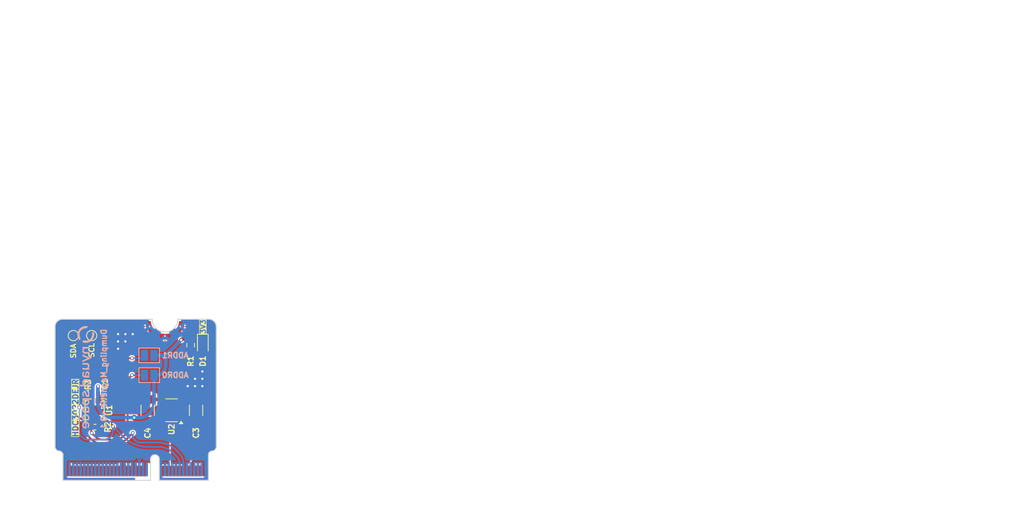
<source format=kicad_pcb>
(kicad_pcb (version 20241229) (generator "pcbnew") (generator_version "9.0")
  (layers (0 "F.Cu" signal "Top") (2 "B.Cu" signal "Bottom") (13 "F.Paste" user) (15 "B.Paste" user) (5 "F.SilkS" user "F.Silkscreen") (7 "B.SilkS" user "B.Silkscreen") (1 "F.Mask" user) (3 "B.Mask" user) (25 "Edge.Cuts" user))
  (net 0 "")
  (net 1 "+3V3")
  (net 2 "GND")
  (net 3 "VIN")
  (net 4 "Net-(D1-A)")
  (net 5 "/D0")
  (net 6 "/AUD_OUT-CAM_MCLK")
  (net 7 "/G6")
  (net 8 "/G8")
  (net 9 "/SPI_CIPO-LED_CLK")
  (net 10 "/USB_D-")
  (net 11 "/D1-CAM_TRIG")
  (net 12 "/RTC_3V_BATT")
  (net 13 "/UART_RTS1")
  (net 14 "HDC3022DEJR_MOSI")
  (net 15 "/~{SPI_CS}")
  (net 16 "/G5")
  (net 17 "/SPI_COPI-LED_DAT")
  (net 18 "/V_USB")
  (net 19 "/AUD_IN-CAM_PCLK")
  (net 20 "HDC3022DEJR_SCL")
  (net 21 "HDC3022DEJR_MISO")
  (net 22 "/G9-CAM_HSYNC")
  (net 23 "/G11-SWO")
  (net 24 "/A1")
  (net 25 "/USBHOST_D-")
  (net 26 "/SPI_SCK")
  (net 27 "HDC3022DEJR_RX")
  (net 28 "/I2C_~{INT}")
  (net 29 "/A0")
  (net 30 "/I2C_SCL1")
  (net 31 "/UART_TX2")
  (net 32 "/AUD_LRCLK")
  (net 33 "/UART_RX2")
  (net 34 "/I2C_SDA1")
  (net 35 "/G10-CAM_VSYNC")
  (net 36 "/UART_CTS1")
  (net 37 "/USB_D+")
  (net 38 "/G7")
  (net 39 "/G3")
  (net 40 "HDC3022DEJR_pwr_cyc")
  (net 41 "/AUD_MCLK")
  (net 42 "/SWDCK")
  (net 43 "/AUD_BCLK")
  (net 44 "/CAN-RX")
  (net 45 "/SDIO_DATA2")
  (net 46 "+5V")
  (net 47 "HDC3022DEJR_TX")
  (net 48 "HDC3022DEJR_SCK")
  (net 49 "/PWM1")
  (net 50 "/G0")
  (net 51 "/SWDIO")
  (net 52 "/PWM0")
  (net 53 "/BATT_VIN")
  (net 54 "HDC3022DEJR_SDA")
  (net 55 "/SDIO_DATA3-~{SPI_CS1}")
  (net 56 "/G4")
  (net 57 "/CAN-TX")
  (net 58 "/3.3V_EN")
  (net 59 "HDC3022DEJR_CS")
  (net 60 "HDC3022DEJR_INT")
  (net 61 "/USBHOST_D+")
  (net 62 "HDC3022DEJR_ADDR")
  (net 63 "HDC3022DEJR_ADDR1")
  (footprint "SparkFun_MicroMod_ESP32:M.2-CARD-E-22" (layer "F.Cu") (at 148.5011 114.365617)
    (property "Reference" "J1" (hide yes))
    (property "Value" "MICROMOD-2222" (hide yes))
    (fp_line (start 1.9 -21) (end 1 -21) (stroke (width 0.1016)) (layer "F.Cu"))
    (fp_line (start 1.9 -21) (end 1.9 -19.9) (stroke (width 0.1016)) (layer "F.Cu"))
    (fp_line (start 4 -19.7) (end 4 -19) (stroke (width 0.1016)) (layer "F.Cu"))
    (fp_line (start 6.1 -21) (end 6.1 -19.9) (stroke (width 0.1016)) (layer "F.Cu"))
    (fp_line (start 6.1 -21) (end 7 -21) (stroke (width 0.1016)) (layer "F.Cu"))
    (fp_poly (pts (xy 1.25 -21.75) (xy 2.05 -21.75) (xy 2.08842 -21.461827) (xy 2.171447 -21.183213) (xy 2.297037 -20.921017) (xy 2.462097 -20.681696) (xy 2.662563 -20.471142) (xy 2.893499 -20.29454) (xy 3.149218 -20.156239) (xy 3.423424 -20.059644) (xy 4 -20) (xy 4.290635 -20.007133) (xy 4.576576 -20.059644) (xy 4.850782 -20.156239) (xy 5.106501 -20.29454) (xy 5.337437 -20.471142) (xy 5.537903 -20.681696) (xy 5.702963 -20.921017) (xy 5.828553 -21.183213) (xy 5.95 -21.75) (xy 6.75 -21.75) (xy 6.686952 -21.386065) (xy 6.576451 -21.033626) (xy 6.420427 -20.698842) (xy 6.221608 -20.387564) (xy 5.983467 -20.10523) (xy 5.710166 -19.856774) (xy 5.40648 -19.646539) (xy 5.077718 -19.478197) (xy 4.729623 -19.354691) (xy 4.368279 -19.27818) (xy 4 -19.25) (xy 3.630811 -19.275627) (xy 3.268334 -19.35024) (xy 2.919037 -19.472506) (xy 2.589157 -19.640244) (xy 2.284581 -19.85046) (xy 2.010746 -20.099401) (xy 1.77254 -20.382623) (xy 1.574215 -20.695072) (xy 1.419311 -21.031169)) (fill yes) (layer "F.Cu"))
    (pad "1" smd rect (at 9.25 -1.275 180) (size 0.35 1.45) (layers "F.Cu" "F.Mask") (net 2 "GND"))
    (pad "2" smd rect (at 9 -1.525) (size 0.35 1.95) (layers "B.Cu" "B.Mask") (net 1 "+3V3"))
    (pad "3" smd rect (at 8.75 -1.275 180) (size 0.35 1.45) (layers "F.Cu" "F.Mask") (net 37 "/USB_D+"))
    (pad "4" smd rect (at 8.5 -1.525) (size 0.35 1.95) (layers "B.Cu" "B.Mask") (net 58 "/3.3V_EN"))
    (pad "5" smd rect (at 8.25 -1.275 180) (size 0.35 1.45) (layers "F.Cu" "F.Mask") (net 10 "/USB_D-"))
    (pad "6" smd rect (at 8 -1.525) (size 0.35 1.95) (layers "B.Cu" "B.Mask") (net 46 "+5V"))
    (pad "7" smd rect (at 7.75 -1.275 180) (size 0.35 1.45) (layers "F.Cu" "F.Mask") (net 2 "GND"))
    (pad "8" smd rect (at 7.5 -1.525) (size 0.35 1.95) (layers "B.Cu" "B.Mask") (net 23 "/G11-SWO"))
    (pad "9" smd rect (at 7.25 -1.275 180) (size 0.35 1.45) (layers "F.Cu" "F.Mask") (net 18 "/V_USB"))
    (pad "10" smd rect (at 7 -1.525) (size 0.35 1.95) (layers "B.Cu" "B.Mask") (net 5 "/D0"))
    (pad "11" smd rect (at 6.75 -1.275 180) (size 0.35 1.45) (layers "F.Cu" "F.Mask") (net 3 "VIN"))
    (pad "12" smd rect (at 6.5 -1.525) (size 0.35 1.95) (layers "B.Cu" "B.Mask") (net 54 "HDC3022DEJR_SDA"))
    (pad "13" smd rect (at 6.25 -1.275 180) (size 0.35 1.45) (layers "F.Cu" "F.Mask") (net 13 "/UART_RTS1"))
    (pad "14" smd rect (at 6 -1.525) (size 0.35 1.95) (layers "B.Cu" "B.Mask") (net 20 "HDC3022DEJR_SCL"))
    (pad "15" smd rect (at 5.75 -1.275 180) (size 0.35 1.45) (layers "F.Cu" "F.Mask") (net 36 "/UART_CTS1"))
    (pad "16" smd rect (at 5.5 -1.525) (size 0.35 1.95) (layers "B.Cu" "B.Mask") (net 28 "/I2C_~{INT}"))
    (pad "17" smd rect (at 5.25 -1.275 180) (size 0.35 1.45) (layers "F.Cu" "F.Mask") (net 47 "HDC3022DEJR_TX"))
    (pad "18" smd rect (at 5 -1.525) (size 0.35 1.95) (layers "B.Cu" "B.Mask") (net 11 "/D1-CAM_TRIG"))
    (pad "19" smd rect (at 4.75 -1.275 180) (size 0.35 1.45) (layers "F.Cu" "F.Mask") (net 27 "HDC3022DEJR_RX"))
    (pad "20" smd rect (at 4.5 -1.525) (size 0.35 1.95) (layers "B.Cu" "B.Mask") (net 33 "/UART_RX2"))
    (pad "21" smd rect (at 4.25 -1.275 180) (size 0.35 1.45) (layers "F.Cu" "F.Mask") (net 42 "/SWDCK"))
    (pad "22" smd rect (at 4 -1.525) (size 0.35 1.95) (layers "B.Cu" "B.Mask") (net 31 "/UART_TX2"))
    (pad "23" smd rect (at 3.75 -1.275 180) (size 0.35 1.45) (layers "F.Cu" "F.Mask") (net 51 "/SWDIO"))
    (pad "32" smd rect (at 1.5 -1.525) (size 0.35 1.95) (layers "B.Cu" "B.Mask") (net 52 "/PWM0"))
    (pad "33" smd rect (at 1.25 -1.275 180) (size 0.35 1.45) (layers "F.Cu" "F.Mask") (net 2 "GND"))
    (pad "34" smd rect (at 1 -1.525) (size 0.35 1.95) (layers "B.Cu" "B.Mask") (net 29 "/A0"))
    (pad "35" smd rect (at 0.75 -1.275 180) (size 0.35 1.45) (layers "F.Cu" "F.Mask") (net 61 "/USBHOST_D+"))
    (pad "36" smd rect (at 0.5 -1.525) (size 0.35 1.95) (layers "B.Cu" "B.Mask") (net 2 "GND"))
    (pad "37" smd rect (at 0.25 -1.275 180) (size 0.35 1.45) (layers "F.Cu" "F.Mask") (net 25 "/USBHOST_D-"))
    (pad "38" smd rect (at 0 -1.525) (size 0.35 1.95) (layers "B.Cu" "B.Mask") (net 24 "/A1"))
    (pad "39" smd rect (at -0.25 -1.275 180) (size 0.35 1.45) (layers "F.Cu" "F.Mask") (net 2 "GND"))
    (pad "40" smd rect (at -0.5 -1.525) (size 0.35 1.95) (layers "B.Cu" "B.Mask") (net 50 "/G0"))
    (pad "41" smd rect (at -0.75 -1.275 180) (size 0.35 1.45) (layers "F.Cu" "F.Mask") (net 44 "/CAN-RX"))
    (pad "42" smd rect (at -1 -1.525) (size 0.35 1.95) (layers "B.Cu" "B.Mask") (net 40 "HDC3022DEJR_pwr_cyc"))
    (pad "43" smd rect (at -1.25 -1.275 180) (size 0.35 1.45) (layers "F.Cu" "F.Mask") (net 57 "/CAN-TX"))
    (pad "44" smd rect (at -1.5 -1.525) (size 0.35 1.95) (layers "B.Cu" "B.Mask") (net 60 "HDC3022DEJR_INT"))
    (pad "45" smd rect (at -1.75 -1.275 180) (size 0.35 1.45) (layers "F.Cu" "F.Mask") (net 2 "GND"))
    (pad "46" smd rect (at -2 -1.525) (size 0.35 1.95) (layers "B.Cu" "B.Mask") (net 39 "/G3"))
    (pad "47" smd rect (at -2.25 -1.275 180) (size 0.35 1.45) (layers "F.Cu" "F.Mask") (net 49 "/PWM1"))
    (pad "48" smd rect (at -2.5 -1.525) (size 0.35 1.95) (layers "B.Cu" "B.Mask") (net 56 "/G4"))
    (pad "49" smd rect (at -2.75 -1.275 180) (size 0.35 1.45) (layers "F.Cu" "F.Mask") (net 53 "/BATT_VIN"))
    (pad "50" smd rect (at -3 -1.525) (size 0.35 1.95) (layers "B.Cu" "B.Mask") (net 43 "/AUD_BCLK"))
    (pad "51" smd rect (at -3.25 -1.275 180) (size 0.35 1.45) (layers "F.Cu" "F.Mask") (net 34 "/I2C_SDA1"))
    (pad "52" smd rect (at -3.5 -1.525) (size 0.35 1.95) (layers "B.Cu" "B.Mask") (net 32 "/AUD_LRCLK"))
    (pad "53" smd rect (at -3.75 -1.275 180) (size 0.35 1.45) (layers "F.Cu" "F.Mask") (net 30 "/I2C_SCL1"))
    (pad "54" smd rect (at -4 -1.525) (size 0.35 1.95) (layers "B.Cu" "B.Mask") (net 19 "/AUD_IN-CAM_PCLK"))
    (pad "55" smd rect (at -4.25 -1.275 180) (size 0.35 1.45) (layers "F.Cu" "F.Mask") (net 15 "/~{SPI_CS}"))
    (pad "56" smd rect (at -4.5 -1.525) (size 0.35 1.95) (layers "B.Cu" "B.Mask") (net 6 "/AUD_OUT-CAM_MCLK"))
    (pad "57" smd rect (at -4.75 -1.275 180) (size 0.35 1.45) (layers "F.Cu" "F.Mask") (net 26 "/SPI_SCK"))
    (pad "58" smd rect (at -5 -1.525) (size 0.35 1.95) (layers "B.Cu" "B.Mask") (net 41 "/AUD_MCLK"))
    (pad "59" smd rect (at -5.25 -1.275 180) (size 0.35 1.45) (layers "F.Cu" "F.Mask") (net 17 "/SPI_COPI-LED_DAT"))
    (pad "60" smd rect (at -5.5 -1.525) (size 0.35 1.95) (layers "B.Cu" "B.Mask") (net 14 "HDC3022DEJR_MOSI"))
    (pad "61" smd rect (at -5.75 -1.275 180) (size 0.35 1.45) (layers "F.Cu" "F.Mask") (net 9 "/SPI_CIPO-LED_CLK"))
    (pad "62" smd rect (at -6 -1.525) (size 0.35 1.95) (layers "B.Cu" "B.Mask") (net 21 "HDC3022DEJR_MISO"))
    (pad "63" smd rect (at -6.25 -1.275 180) (size 0.35 1.45) (layers "F.Cu" "F.Mask") (net 35 "/G10-CAM_VSYNC"))
    (pad "64" smd rect (at -6.5 -1.525) (size 0.35 1.95) (layers "B.Cu" "B.Mask") (net 48 "HDC3022DEJR_SCK"))
    (pad "65" smd rect (at -6.75 -1.275 180) (size 0.35 1.45) (layers "F.Cu" "F.Mask") (net 22 "/G9-CAM_HSYNC"))
    (pad "66" smd rect (at -7 -1.525) (size 0.35 1.95) (layers "B.Cu" "B.Mask") (net 59 "HDC3022DEJR_CS"))
    (pad "67" smd rect (at -7.25 -1.275 180) (size 0.35 1.45) (layers "F.Cu" "F.Mask") (net 8 "/G8"))
    (pad "68" smd rect (at -7.5 -1.525) (size 0.35 1.95) (layers "B.Cu" "B.Mask") (net 45 "/SDIO_DATA2"))
    (pad "69" smd rect (at -7.75 -1.275 180) (size 0.35 1.45) (layers "F.Cu" "F.Mask") (net 38 "/G7"))
    (pad "70" smd rect (at -8 -1.525) (size 0.35 1.95) (layers "B.Cu" "B.Mask") (net 55 "/SDIO_DATA3-~{SPI_CS1}"))
    (pad "71" smd rect (at -8.25 -1.275 180) (size 0.35 1.45) (layers "F.Cu" "F.Mask") (net 7 "/G6"))
    (pad "72" smd rect (at -8.5 -1.525) (size 0.35 1.95) (layers "B.Cu" "B.Mask") (net 12 "/RTC_3V_BATT"))
    (pad "73" smd rect (at -8.75 -1.275 180) (size 0.35 1.45) (layers "F.Cu" "F.Mask") (net 16 "/G5"))
    (pad "74" smd rect (at -9 -1.525) (size 0.35 1.95) (layers "B.Cu" "B.Mask") (net 1 "+3V3"))
    (pad "75" smd rect (at -9.25 -1.275 180) (size 0.35 1.45) (layers "F.Cu" "F.Mask") (net 2 "GND"))
    (pad "GND1" thru_hole circle (at 1.9 -21) (size 0.454 0.454) (drill 0.2) (layers "*.Cu" "*.Mask") (net 2 "GND"))
    (pad "GND2" thru_hole circle (at 4 -19.7) (size 0.454 0.454) (drill 0.2) (layers "*.Cu" "*.Mask") (net 2 "GND"))
    (pad "GND3" thru_hole circle (at 6.1 -21) (size 0.454 0.454) (drill 0.2) (layers "*.Cu" "*.Mask") (net 2 "GND"))
  )
  (footprint "SparkFun_MicroMod_ESP32:ORDERING_INSTRUCTIONS" (layer "F.Cu") (at 167.9811 62.1)
    (property "Reference" "LOGO1" (hide yes))
    (property "Value" "SPECIAL_INSTRUCTIONS-ORDERING")
  )
  (footprint "SparkFun_MicroMod_ESP32:CREATIVE_COMMONS" (layer "F.Cu") (at 184.4 63.75)
    (property "Reference" "FRAME1" (hide yes))
    (property "Value" "FRAME-LEDGER" (hide yes))
  )
  (footprint "LED_SMD:LED_0603_1608Metric" (layer "F.Cu") (at 157.66 95.9 -90)
    (property "Reference" "D1" (at 2.2 0 90) (layer "F.SilkS") (effects (font (size 0.75 0.75) (thickness 0.175) (bold yes))))
    (property "Value" "LED")
    (pad "1" smd roundrect (at -0.7875 0 270) (size 0.875 0.95) (layers "F.Cu" "F.Mask" "F.Paste") (net 2 "GND"))
    (pad "2" smd roundrect (at 0.7875 0 270) (size 0.875 0.95) (layers "F.Cu" "F.Mask" "F.Paste") (net 4 "Net-(D1-A)"))
  )
  (footprint "TestPoint:TestPoint_Pad_D1.0mm" (layer "F.Cu") (at 142.5 94.6)
    (property "Reference" "SCL" (at 0 2 90) (layer "F.SilkS") (effects (font (size 0.7 0.7) (thickness 0.15) (bold yes))))
    (property "Value" "I2C")
    (pad "1" smd circle (at 0 0) (size 1 1) (layers "F.Cu" "F.Mask") (net 20 "HDC3022DEJR_SCL"))
  )
  (footprint "TestPoint:TestPoint_Pad_D1.0mm" (layer "F.Cu") (at 140 94.6)
    (property "Reference" "SDA" (at 0 2.1 90) (layer "F.SilkS") (effects (font (size 0.7 0.7))))
    (property "Value" "I2C")
    (pad "1" smd circle (at 0 0) (size 1 1) (layers "F.Cu" "F.Mask") (net 54 "HDC3022DEJR_SDA"))
  )
  (footprint "Resistor_SMD:R_0402_1005Metric" (layer "F.Cu") (at 142.949809 107.09995)
    (property "Reference" "R2" (at 1.750191 0.000025 90) (layer "F.SilkS") (effects (font (size 0.75 0.75) (thickness 0.175) (bold yes))))
    (property "Value" "10k")
    (pad "1" smd roundrect (at -0.51 0) (size 0.54 0.64) (layers "F.Cu" "F.Mask" "F.Paste") (net 62 "HDC3022DEJR_ADDR"))
    (pad "2" smd roundrect (at 0.51 0) (size 0.54 0.64) (layers "F.Cu" "F.Mask" "F.Paste") (net 2 "GND"))
  )
  (footprint "HDC3022DEJR:TDFN-8_L2.5-W2.5-P0.50-BL-EP" (layer "F.Cu") (at 142.9 104.799975)
    (property "Reference" "U1" (at 2 0 90) (layer "F.SilkS") (effects (font (size 0.75 0.75) (thickness 0.175) (bold yes))))
    (property "Value" "HDC3022DEJR")
    (pad "1" smd rect (at -0.750064 1.299975) (size 0.250013 0.7) (layers "F.Cu" "F.Mask" "F.Paste") (net 54 "HDC3022DEJR_SDA"))
    (pad "2" smd rect (at -0.250191 1.299975) (size 0.250013 0.7) (layers "F.Cu" "F.Mask" "F.Paste") (net 62 "HDC3022DEJR_ADDR"))
    (pad "3" smd rect (at 0.249936 1.299975) (size 0.250013 0.7) (layers "F.Cu" "F.Mask" "F.Paste") (net 60 "HDC3022DEJR_INT"))
    (pad "4" smd rect (at 0.750064 1.299975) (size 0.250013 0.7) (layers "F.Cu" "F.Mask" "F.Paste") (net 20 "HDC3022DEJR_SCL"))
    (pad "5" smd rect (at 0.750064 -1.299975) (size 0.250013 0.7) (layers "F.Cu" "F.Mask" "F.Paste") (net 1 "+3V3"))
    (pad "6" smd rect (at 0.249936 -1.299975) (size 0.250013 0.7) (layers "F.Cu" "F.Mask" "F.Paste"))
    (pad "7" smd rect (at -0.250191 -1.299975) (size 0.250013 0.7) (layers "F.Cu" "F.Mask" "F.Paste") (net 63 "HDC3022DEJR_ADDR1"))
    (pad "8" smd rect (at -0.750064 -1.299975) (size 0.250013 0.7) (layers "F.Cu" "F.Mask" "F.Paste") (net 2 "GND"))
    (pad "9" smd custom (at -0.01524 -0.0127) (size 0.1 0.1) (layers "F.Cu" "F.Mask" "F.Paste") (net 2 "GND") (options (clearance outline) (anchor circle)) (primitives (gr_poly (pts (xy -0.9 -0.650013) (xy 0.9 -0.650013) (xy 0.9 0.650013) (xy -0.750013 0.650013) (xy -0.9 0.5)) (width 0) (fill yes))))
  )
  (footprint "Package_TO_SOT_SMD:SOT-23-5" (layer "F.Cu") (at 153.4 104.8 180)
    (property "Reference" "U2" (at 0 -2.6 90) (layer "F.SilkS") (effects (font (size 0.75 0.75) (thickness 0.175) (bold yes))))
    (property "Value" "AP2112K-3.3")
    (pad "1" smd roundrect (at -1.1375 -0.95 180) (size 1.325 0.6) (layers "F.Cu" "F.Mask" "F.Paste") (net 3 "VIN"))
    (pad "2" smd roundrect (at -1.1375 0 180) (size 1.325 0.6) (layers "F.Cu" "F.Mask" "F.Paste") (net 2 "GND"))
    (pad "3" smd roundrect (at -1.1375 0.95 180) (size 1.325 0.6) (layers "F.Cu" "F.Mask" "F.Paste") (net 3 "VIN"))
    (pad "4" smd roundrect (at 1.1375 0.95 180) (size 1.325 0.6) (layers "F.Cu" "F.Mask" "F.Paste"))
    (pad "5" smd roundrect (at 1.1375 -0.95 180) (size 1.325 0.6) (layers "F.Cu" "F.Mask" "F.Paste") (net 1 "+3V3"))
  )
  (footprint "Capacitor_SMD:C_0402_1005Metric" (layer "F.Cu") (at 143.849809 102.49995)
    (property "Reference" "C1" (at 0.450191 -1.29995 90) (layer "F.SilkS") (effects (font (size 0.75 0.75) (thickness 0.175) (bold yes))))
    (property "Value" "100n")
    (pad "1" smd roundrect (at -0.48 0) (size 0.56 0.62) (layers "F.Cu" "F.Mask" "F.Paste") (net 1 "+3V3"))
    (pad "2" smd roundrect (at 0.48 0) (size 0.56 0.62) (layers "F.Cu" "F.Mask" "F.Paste") (net 2 "GND"))
  )
  (footprint "Resistor_SMD:R_0402_1005Metric" (layer "F.Cu") (at 141.949809 102.49995 180)
    (property "Reference" "R3" (at -0.050191 1.19995 90) (layer "F.SilkS") (effects (font (size 0.75 0.75) (thickness 0.175) (bold yes))))
    (property "Value" "10k")
    (pad "1" smd roundrect (at -0.51 0 180) (size 0.54 0.64) (layers "F.Cu" "F.Mask" "F.Paste") (net 63 "HDC3022DEJR_ADDR1"))
    (pad "2" smd roundrect (at 0.51 0 180) (size 0.54 0.64) (layers "F.Cu" "F.Mask" "F.Paste") (net 2 "GND"))
  )
  (footprint "Capacitor_SMD:C_1206_3216Metric" (layer "F.Cu") (at 156.7375 104.8 90)
    (property "Reference" "C3" (at -3.1 0 90) (layer "F.SilkS") (effects (font (size 0.75 0.75) (thickness 0.175) (bold yes))))
    (property "Value" "10u")
    (pad "1" smd roundrect (at -1.475 0 90) (size 1.15 1.8) (layers "F.Cu" "F.Mask" "F.Paste") (roundrect_rratio 0.217391) (net 3 "VIN"))
    (pad "2" smd roundrect (at 1.475 0 90) (size 1.15 1.8) (layers "F.Cu" "F.Mask" "F.Paste") (roundrect_rratio 0.217391) (net 2 "GND"))
  )
  (footprint "Resistor_SMD:R_0603_1608Metric" (layer "F.Cu") (at 156 95.9 -90)
    (property "Reference" "R1" (at 2.2 0 90) (layer "F.SilkS") (effects (font (size 0.75 0.75) (thickness 0.175) (bold yes))))
    (property "Value" "10k")
    (pad "1" smd roundrect (at -0.825 0 270) (size 0.8 0.95) (layers "F.Cu" "F.Mask" "F.Paste") (net 1 "+3V3"))
    (pad "2" smd roundrect (at 0.825 0 270) (size 0.8 0.95) (layers "F.Cu" "F.Mask" "F.Paste") (net 4 "Net-(D1-A)"))
  )
  (footprint "Capacitor_SMD:C_1206_3216Metric" (layer "F.Cu") (at 150.1375 104.8 90)
    (property "Reference" "C4" (at -3.1 0 90) (layer "F.SilkS") (effects (font (size 0.75 0.75) (thickness 0.175) (bold yes))))
    (property "Value" "10u")
    (pad "1" smd roundrect (at -1.475 0 90) (size 1.15 1.8) (layers "F.Cu" "F.Mask" "F.Paste") (roundrect_rratio 0.217391) (net 1 "+3V3"))
    (pad "2" smd roundrect (at 1.475 0 90) (size 1.15 1.8) (layers "F.Cu" "F.Mask" "F.Paste") (roundrect_rratio 0.217391) (net 2 "GND"))
  )
  (footprint "LOGO" (layer "B.Cu") (at 141.7 100.3 -90)
    (property "Reference" "G***" (hide yes))
    (property "Value" "LOGO" (hide yes))
  )
  (footprint "Jumper:SolderJumper-2_P1.3mm_Open_Pad1.0x1.5mm" (layer "B.Cu") (at 150.35 97.3)
    (property "Reference" "ADDR1" (at 3.55 0 0) (layer "B.SilkS") (effects (font (size 0.75 0.75) (thickness 0.175) (bold yes)) (justify mirror)))
    (property "Value" "SolderJumper_2_Open")
    (pad "1" smd rect (at -0.65 0) (size 1 1.5) (layers "B.Cu" "B.Mask") (net 63 "HDC3022DEJR_ADDR1"))
    (pad "2" smd rect (at 0.65 0) (size 1 1.5) (layers "B.Cu" "B.Mask") (net 1 "+3V3"))
  )
  (footprint "Jumper:SolderJumper-2_P1.3mm_Open_Pad1.0x1.5mm" (layer "B.Cu") (at 150.35 100)
    (property "Reference" "ADDR0" (at 3.55 0 0) (layer "B.SilkS") (effects (font (size 0.75 0.75) (thickness 0.175) (bold yes)) (justify mirror)))
    (property "Value" "SolderJumper_2_Open")
    (pad "1" smd rect (at -0.65 0) (size 1 1.5) (layers "B.Cu" "B.Mask") (net 62 "HDC3022DEJR_ADDR"))
    (pad "2" smd rect (at 0.65 0) (size 1 1.5) (layers "B.Cu" "B.Mask") (net 1 "+3V3"))
  )
  (gr_line (start 158.4261 114.365617) (end 151.7261 114.365617) (stroke (width 0.127)) (layer "Edge.Cuts"))
  (gr_line (start 150.5261 111.465617) (end 150.5261 114.365617) (stroke (width 0.127)) (layer "Edge.Cuts"))
  (gr_line (start 138.5761 114.365617) (end 138.5761 110.865617) (stroke (width 0.127)) (layer "Edge.Cuts"))
  (gr_arc (start 138.1011 110.365617) (mid 138.434341 110.524663) (end 138.5761 110.865618) (stroke (width 0.127)) (layer "Edge.Cuts"))
  (gr_arc (start 137.5011 93.365617) (mid 137.8011 92.665618) (end 138.501099 92.365618) (stroke (width 0.127)) (layer "Edge.Cuts"))
  (gr_arc (start 159.501099 109.765618) (mid 159.320461 110.184979) (end 158.9011 110.365617) (stroke (width 0.127)) (layer "Edge.Cuts"))
  (gr_line (start 137.5011 93.365617) (end 137.5011 109.765617) (stroke (width 0.127)) (layer "Edge.Cuts"))
  (gr_line (start 159.5011 93.365617) (end 159.5011 109.765617) (stroke (width 0.127)) (layer "Edge.Cuts"))
  (gr_arc (start 154.2511 92.365617) (mid 152.5011 94.115617) (end 150.7511 92.365617) (stroke (width 0.127)) (layer "Edge.Cuts"))
  (gr_arc (start 158.4261 110.865617) (mid 158.566444 110.523319) (end 158.9011 110.365617) (stroke (width 0.127)) (layer "Edge.Cuts"))
  (gr_arc (start 150.5261 111.465617) (mid 151.1261 110.865617) (end 151.7261 111.465617) (stroke (width 0.127)) (layer "Edge.Cuts"))
  (gr_line (start 158.4261 110.865617) (end 158.4261 114.365617) (stroke (width 0.127)) (layer "Edge.Cuts"))
  (gr_line (start 150.7511 92.365617) (end 138.5011 92.365617) (stroke (width 0.127)) (layer "Edge.Cuts"))
  (gr_line (start 151.7261 111.465617) (end 151.7261 114.365617) (stroke (width 0.127)) (layer "Edge.Cuts"))
  (gr_arc (start 138.101098 110.365617) (mid 137.681737 110.184978) (end 137.5011 109.765617) (stroke (width 0.127)) (layer "Edge.Cuts"))
  (gr_line (start 158.5011 92.365617) (end 154.2511 92.365617) (stroke (width 0.127)) (layer "Edge.Cuts"))
  (gr_arc (start 158.5011 92.365617) (mid 159.2011 92.665617) (end 159.5011 93.365617) (stroke (width 0.127)) (layer "Edge.Cuts"))
  (gr_line (start 138.5761 114.365617) (end 150.5261 114.365617) (stroke (width 0.127)) (layer "Edge.Cuts"))
  (gr_text "HDC3022DEJR" (at 140.3 104.5 90) (layer "F.SilkS" knockout) (effects (font (size 0.75 0.75) (thickness 0.175) (bold yes))))
  (gr_text "3V3" (at 157.7 93.4 90) (layer "F.SilkS" knockout) (effects (font (size 0.7 0.7) (thickness 0.15) (bold yes))))
  (gr_text "Dumpling_Magnetic v0.1" (at 144.6 93.6 90) (layer "B.SilkS") (effects (font (size 0.75 0.75) (thickness 0.175) (bold yes)) (justify left bottom mirror)))
  (segment (start 143.650064 102.978375) (end 143.650064 103.5) (width 0.25) (layer "F.Cu") (net 1))
  (segment (start 154.825 95.075) (end 156 95.075) (width 0.5) (layer "F.Cu") (net 1))
  (segment (start 154.7 95.2) (end 154.825 95.075) (width 0.5) (layer "F.Cu") (net 1))
  (segment (start 148.5375 106.0375) (end 148.3 105.8) (width 0.75) (layer "F.Cu") (net 1))
  (segment (start 150.1375 106.275) (end 149.110875 106.275) (width 0.75) (layer "F.Cu") (net 1))
  (segment (start 150.1375 106.275) (end 151.366268 106.275) (width 0.75) (layer "F.Cu") (net 1))
  (segment (start 143.369809 101.530191) (end 143.369809 102.400865) (width 0.25) (layer "F.Cu") (net 1))
  (segment (start 143.509936 102.640077) (end 143.439872 102.570013) (width 0.25) (layer "F.Cu") (net 1))
  (segment (start 152 106.0125) (end 152.2625 105.75) (width 0.75) (layer "F.Cu") (net 1))
  (via (at 148.3 105.8) (size 0.5) (drill 0.3) (layers "F.Cu" "B.Cu") (net 1))
  (via (at 154.7 95.2) (size 0.5) (drill 0.3) (layers "F.Cu" "B.Cu") (net 1))
  (via (at 143.369809 101.530191) (size 0.5) (drill 0.3) (layers "F.Cu" "B.Cu") (net 1))
  (arc (start 143.509936 102.640077) (mid 143.613645 102.795289) (end 143.650064 102.978375) (width 0.25) (layer "F.Cu") (net 1))
  (arc (start 148.5375 106.0375) (mid 148.800566 106.213275) (end 149.110875 106.275) (width 0.75) (layer "F.Cu") (net 1))
  (arc (start 143.369809 102.400865) (mid 143.388017 102.492407) (end 143.439872 102.570013) (width 0.25) (layer "F.Cu") (net 1))
  (arc (start 151.366268 106.275) (mid 151.709241 106.206778) (end 152 106.0125) (width 0.75) (layer "F.Cu") (net 1))
  (segment (start 150.33033 105.269669) (end 150.4 105.2) (width 0.5) (layer "B.Cu") (net 1))
  (segment (start 151 103.751471) (end 151 100.4) (width 0.5) (layer "B.Cu") (net 1))
  (segment (start 151.8 97.3) (end 151 97.3) (width 0.5) (layer "B.Cu") (net 1))
  (segment (start 152.199999 99.599999) (end 152.082842 99.717157) (width 0.5) (layer "B.Cu") (net 1))
  (segment (start 153.165685 96.734314) (end 154.7 95.2) (width 0.5) (layer "B.Cu") (net 1))
  (segment (start 148.3 105.8) (end 149.05 105.8) (width 0.5) (layer "B.Cu") (net 1))
  (segment (start 152.6 98.1) (end 152.6 98.634314) (width 0.5) (layer "B.Cu") (net 1))
  (segment (start 145.313172 105.8) (end 148.3 105.8) (width 0.5) (layer "B.Cu") (net 1))
  (segment (start 143.35 103.836827) (end 143.35 101.55) (width 0.5) (layer "B.Cu") (net 1))
  (arc (start 145.313172 105.8) (mid 144.561898 105.650562) (end 143.925 105.225) (width 0.5) (layer "B.Cu") (net 1))
  (arc (start 152.6 98.634314) (mid 152.496043 99.156939) (end 152.199999 99.599999) (width 0.5) (layer "B.Cu") (net 1))
  (arc (start 153.165685 96.734314) (mid 152.539103 97.152982) (end 151.8 97.3) (width 0.5) (layer "B.Cu") (net 1))
  (arc (start 151 103.751471) (mid 150.844065 104.535409) (end 150.4 105.2) (width 0.5) (layer "B.Cu") (net 1))
  (arc (start 151.4 100) (mid 151.117157 100.117157) (end 151 100.4) (width 0.5) (layer "B.Cu") (net 1))
  (arc (start 151.4 100) (mid 151.769551 99.926491) (end 152.082842 99.717157) (width 0.5) (layer "B.Cu") (net 1))
  (arc (start 143.925 105.225) (mid 143.499437 104.5881) (end 143.35 103.836827) (width 0.5) (layer "B.Cu") (net 1))
  (arc (start 153.165685 96.734314) (mid 152.747016 97.360896) (end 152.6 98.1) (width 0.5) (layer "B.Cu") (net 1))
  (arc (start 150.33033 105.269669) (mid 149.742909 105.662171) (end 149.05 105.8) (width 0.5) (layer "B.Cu") (net 1))
  (arc (start 152.6 98.1) (mid 152.365685 97.534314) (end 151.8 97.3) (width 0.5) (layer "B.Cu") (net 1))
  (segment (start 156.618529 103.78047) (end 155.974296 104.424702) (width 0.75) (layer "F.Cu") (net 2))
  (segment (start 143.266246 104.787275) (end 144.03888 104.787275) (width 0.3) (layer "F.Cu") (net 2))
  (segment (start 156.7375 103.49325) (end 156.7375 103.325) (width 0.75) (layer "F.Cu") (net 2))
  (segment (start 142.615008 104.517523) (end 142.345256 104.247771) (width 0.3) (layer "F.Cu") (net 2))
  (segment (start 141.542312 102.892376) (end 142.052275 103.402339) (width 0.25) (layer "F.Cu") (net 2))
  (segment (start 141.439809 102.644911) (end 141.439809 102.49995) (width 0.25) (layer "F.Cu") (net 2))
  (segment (start 155.06825 104.8) (end 154.5375 104.8) (width 0.75) (layer "F.Cu") (net 2))
  (segment (start 144.506362 104.593637) (end 144.7 104.4) (width 0.3) (layer "F.Cu") (net 2))
  (segment (start 142.149936 103.776225) (end 142.149936 103.638112) (width 0.3) (layer "F.Cu") (net 2))
  (via (at 147.1 94.4) (size 0.7) (drill 0.3) (layers "F.Cu" "B.Cu") (net 2))
  (via (at 156.6 101.5) (size 0.7) (drill 0.3) (layers "F.Cu" "B.Cu") (net 2))
  (via (at 157.6 100.5) (size 0.7) (drill 0.3) (layers "F.Cu" "B.Cu") (net 2))
  (via (at 146.1 94.4) (size 0.7) (drill 0.3) (layers "F.Cu" "B.Cu") (net 2))
  (via (at 147.1 95.4) (size 0.7) (drill 0.3) (layers "F.Cu" "B.Cu") (net 2))
  (via (at 148.1 94.4) (size 0.7) (drill 0.3) (layers "F.Cu" "B.Cu") (net 2))
  (via (at 156.6 100.5) (size 0.7) (drill 0.3) (layers "F.Cu" "B.Cu") (net 2))
  (via (at 146.1 96.4) (size 0.7) (drill 0.3) (layers "F.Cu" "B.Cu") (net 2))
  (via (at 146.1 95.4) (size 0.7) (drill 0.3) (layers "F.Cu" "B.Cu") (net 2))
  (via (at 157.6 101.5) (size 0.7) (drill 0.3) (layers "F.Cu" "B.Cu") (net 2))
  (via (at 155.6 101.5) (size 0.7) (drill 0.3) (layers "F.Cu" "B.Cu") (net 2))
  (via (at 157.6 99.5) (size 0.7) (drill 0.3) (layers "F.Cu" "B.Cu") (net 2))
  (arc (start 141.542312 102.892376) (mid 141.466448 102.778838) (end 141.439809 102.644911) (width 0.25) (layer "F.Cu") (net 2))
  (arc (start 156.7375 103.49325) (mid 156.70658 103.648692) (end 156.618529 103.78047) (width 0.75) (layer "F.Cu") (net 2))
  (arc (start 142.615008 104.517523) (mid 142.913798 104.717168) (end 143.266246 104.787275) (width 0.3) (layer "F.Cu") (net 2))
  (arc (start 142.052275 103.402339) (mid 142.124554 103.510512) (end 142.149936 103.638112) (width 0.25) (layer "F.Cu") (net 2))
  (arc (start 144.506362 104.593637) (mid 144.291879 104.73695) (end 144.03888 104.787275) (width 0.3) (layer "F.Cu") (net 2))
  (arc (start 142.149936 103.776225) (mid 142.200698 104.031424) (end 142.345256 104.247771) (width 0.3) (layer "F.Cu") (net 2))
  (arc (start 155.06825 104.8) (mid 155.558598 104.702463) (end 155.974296 104.424702) (width 0.75) (layer "F.Cu") (net 2))
  (segment (start 154.5375 105.75) (end 154.2542 105.75) (width 0.75) (layer "F.Cu") (net 3))
  (segment (start 154.2542 103.85) (end 154.5375 103.85) (width 0.5) (layer "F.Cu") (net 3))
  (segment (start 156.475 106.0125) (end 156.7375 106.275) (width 0.75) (layer "F.Cu") (net 3))
  (segment (start 155.841268 105.75) (end 155.1041 105.75) (width 0.75) (layer "F.Cu") (net 3))
  (segment (start 155.1041 105.75) (end 154.5375 105.75) (width 0.75) (layer "F.Cu") (net 3))
  (arc (start 155.841268 105.75) (mid 156.184241 105.818221) (end 156.475 106.0125) (width 0.75) (layer "F.Cu") (net 3))
  (segment (start 157.64125 96.70625) (end 157.66 96.6875) (width 0.5) (layer "F.Cu") (net 4))
  (segment (start 157.595983 96.725) (end 156 96.725) (width 0.5) (layer "F.Cu") (net 4))
  (arc (start 157.595983 96.725) (mid 157.620481 96.720127) (end 157.64125 96.70625) (width 0.5) (layer "F.Cu") (net 4))
  (segment (start 144.935785 106.435785) (end 145.364644 106.864644) (width 0.25) (layer "F.Cu") (net 20))
  (segment (start 140.8 97.502081) (end 140.8 104.4) (width 0.25) (layer "F.Cu") (net 20))
  (segment (start 141.65 95.45) (end 142.5 94.6) (width 0.25) (layer "F.Cu") (net 20))
  (segment (start 144.125007 106.09995) (end 143.650064 106.09995) (width 0.25) (layer "F.Cu") (net 20))
  (segment (start 145.4 107) (end 145.4 106.95) (width 0.25) (layer "F.Cu") (net 20))
  (via (at 140.8 104.4) (size 0.5) (drill 0.3) (layers "F.Cu" "B.Cu") (net 20))
  (via (at 145.4 107) (size 0.5) (drill 0.3) (layers "F.Cu" "B.Cu") (net 20))
  (arc (start 144.935785 106.435785) (mid 144.563797 106.18723) (end 144.125007 106.09995) (width 0.25) (layer "F.Cu") (net 20))
  (arc (start 145.364644 106.864644) (mid 145.390811 106.903805) (end 145.4 106.95) (width 0.25) (layer "F.Cu") (net 20))
  (arc (start 140.8 97.502081) (mid 141.020907 96.391502) (end 141.65 95.45) (width 0.25) (layer "F.Cu") (net 20))
  (segment (start 154.027509 111.027509) (end 153.65055 110.65055) (width 0.25) (layer "B.Cu") (net 20))
  (segment (start 146.8 108.4) (end 145.4 107) (width 0.25) (layer "B.Cu") (net 20))
  (segment (start 151.59714 109.8) (end 150.179898 109.8) (width 0.25) (layer "B.Cu") (net 20))
  (segment (start 144.205025 108.8) (end 141.994974 108.8) (width 0.25) (layer "B.Cu") (net 20))
  (segment (start 140.8 107.605025) (end 140.8 104.4) (width 0.25) (layer "B.Cu") (net 20))
  (segment (start 154.5011 112.170858) (end 154.5011 112.840617) (width 0.25) (layer "B.Cu") (net 20))
  (segment (start 145.4 107) (end 145.4 107.605025) (width 0.25) (layer "B.Cu") (net 20))
  (arc (start 154.027509 111.027509) (mid 154.378017 111.552082) (end 154.5011 112.170858) (width 0.25) (layer "B.Cu") (net 20))
  (arc (start 140.8 107.605025) (mid 140.890962 108.062322) (end 141.15 108.45) (width 0.25) (layer "B.Cu") (net 20))
  (arc (start 141.994974 108.8) (mid 141.537677 108.709037) (end 141.15 108.45) (width 0.25) (layer "B.Cu") (net 20))
  (arc (start 144.205025 108.8) (mid 144.662322 108.709037) (end 145.05 108.45) (width 0.25) (layer "B.Cu") (net 20))
  (arc (start 146.8 108.4) (mid 148.35071 109.436151) (end 150.179898 109.8) (width 0.25) (layer "B.Cu") (net 20))
  (arc (start 145.05 108.45) (mid 145.309037 108.062322) (end 145.4 107.605025) (width 0.25) (layer "B.Cu") (net 20))
  (arc (start 153.65055 110.65055) (mid 152.708437 110.02105) (end 151.59714 109.8) (width 0.25) (layer "B.Cu") (net 20))
  (segment (start 142.4 108.7) (end 142.212692 108.512692) (width 0.25) (layer "F.Cu") (net 54))
  (segment (start 148.1 107.9) (end 147.35 108.65) (width 0.25) (layer "F.Cu") (net 54))
  (segment (start 141.617649 106.09995) (end 142.149936 106.09995) (width 0.25) (layer "F.Cu") (net 54))
  (segment (start 139.962 94.638) (end 140 94.6) (width 0.25) (layer "F.Cu") (net 54))
  (segment (start 145.539339 109.4) (end 144.089949 109.4) (width 0.25) (layer "F.Cu") (net 54))
  (segment (start 142.149936 106.09995) (end 141.924968 106.324918) (width 0.25) (layer "F.Cu") (net 54))
  (segment (start 141.7 107.274943) (end 141.7 106.868038) (width 0.25) (layer "F.Cu") (net 54))
  (segment (start 139.924 104.117381) (end 139.924 94.72974) (width 0.25) (layer "F.Cu") (net 54))
  (segment (start 140.504681 105.519269) (end 140.708978 105.723566) (width 0.25) (layer "F.Cu") (net 54))
  (via (at 148.1 107.9) (size 0.5) (drill 0.3) (layers "F.Cu" "B.Cu") (net 54))
  (arc (start 139.924 94.72974) (mid 139.933875 94.68009) (end 139.962 94.638) (width 0.25) (layer "F.Cu") (net 54))
  (arc (start 141.7 107.274943) (mid 141.833244 107.944808) (end 142.212692 108.512692) (width 0.25) (layer "F.Cu") (net 54))
  (arc (start 145.539339 109.4) (mid 146.519261 109.205081) (end 147.35 108.65) (width 0.25) (layer "F.Cu") (net 54))
  (arc (start 140.504681 105.519269) (mid 140.074914 104.876077) (end 139.924 104.117381) (width 0.25) (layer "F.Cu") (net 54))
  (arc (start 141.924968 106.324918) (mid 141.758467 106.574103) (end 141.7 106.868038) (width 0.25) (layer "F.Cu") (net 54))
  (arc (start 140.708978 105.723566) (mid 141.125879 106.00213) (end 141.617649 106.09995) (width 0.25) (layer "F.Cu") (net 54))
  (arc (start 142.4 108.7) (mid 143.175355 109.218075) (end 144.089949 109.4) (width 0.25) (layer "F.Cu") (net 54))
  (segment (start 154.421443 110.621443) (end 154.00055 110.20055) (width 0.25) (layer "B.Cu") (net 54))
  (segment (start 148.1 107.9) (end 148.1 108.25) (width 0.25) (layer "B.Cu") (net 54))
  (segment (start 155.0011 112.020858) (end 155.0011 112.840617) (width 0.25) (layer "B.Cu") (net 54))
  (segment (start 151.585008 109.2) (end 149.124264 109.2) (width 0.25) (layer "B.Cu") (net 54))
  (segment (start 148.4 108.9) (end 148.347487 108.847487) (width 0.25) (layer "B.Cu") (net 54))
  (arc (start 155.0011 112.020858) (mid 154.850452 111.2635) (end 154.421443 110.621443) (width 0.25) (layer "B.Cu") (net 54))
  (arc (start 151.585008 109.2) (mid 152.89229 109.460034) (end 154.00055 110.20055) (width 0.25) (layer "B.Cu") (net 54))
  (arc (start 148.4 108.9) (mid 148.732295 109.122032) (end 149.124264 109.2) (width 0.25) (layer "B.Cu") (net 54))
  (arc (start 148.1 108.25) (mid 148.164319 108.573357) (end 148.347487 108.847487) (width 0.25) (layer "B.Cu") (net 54))
  (segment (start 142.544809 106.705) (end 142.542321 106.707487) (width 0.25) (layer "F.Cu") (net 62))
  (segment (start 142.649809 106.451507) (end 142.649809 106.09995) (width 0.25) (layer "F.Cu") (net 62))
  (segment (start 145.652747 108.8) (end 144.036396 108.8) (width 0.25) (layer "F.Cu") (net 62))
  (segment (start 142.95 108.35) (end 142.5 107.9) (width 0.25) (layer "F.Cu") (net 62))
  (segment (start 142.439809 107.797247) (end 142.439809 107.3899) (width 0.25) (layer "F.Cu") (net 62))
  (segment (start 148 100) (end 147.7 100.3) (width 0.25) (layer "F.Cu") (net 62))
  (segment (start 142.439809 106.954975) (end 142.439809 107.09995) (width 0.25) (layer "F.Cu") (net 62))
  (segment (start 142.439809 107.09995) (end 142.439809 107.3899) (width 0.25) (layer "F.Cu") (net 62))
  (segment (start 147.4 107.052747) (end 147.4 101.024264) (width 0.25) (layer "F.Cu") (net 62))
  (segment (start 142.469904 107.869904) (end 142.5 107.9) (width 0.25) (layer "F.Cu") (net 62))
  (via (at 142.5 107.9) (size 0.5) (drill 0.3) (layers "F.Cu" "B.Cu") (net 62))
  (via (at 148 100) (size 0.5) (drill 0.3) (layers "F.Cu" "B.Cu") (net 62))
  (arc (start 142.544809 106.705) (mid 142.62252 106.588696) (end 142.649809 106.451507) (width 0.25) (layer "F.Cu") (net 62))
  (arc (start 142.95 108.35) (mid 143.448442 108.683048) (end 144.036396 108.8) (width 0.25) (layer "F.Cu") (net 62))
  (arc (start 147.4 101.024264) (mid 147.477967 100.632295) (end 147.7 100.3) (width 0.25) (layer "F.Cu") (net 62))
  (arc (start 142.439809 107.797247) (mid 142.44763 107.836568) (end 142.469904 107.869904) (width 0.25) (layer "F.Cu") (net 62))
  (arc (start 146.888241 108.288241) (mid 146.321391 108.666998) (end 145.652747 108.8) (width 0.25) (layer "F.Cu") (net 62))
  (arc (start 146.888241 108.288241) (mid 147.266998 107.721391) (end 147.4 107.052747) (width 0.25) (layer "F.Cu") (net 62))
  (arc (start 142.439809 106.954975) (mid 142.466451 106.821035) (end 142.542321 106.707487) (width 0.25) (layer "F.Cu") (net 62))
  (segment (start 148 100) (end 149.7 100) (width 0.25) (layer "B.Cu") (net 62))
  (segment (start 142.649809 102.8243) (end 142.649809 103.5) (width 0.25) (layer "F.Cu") (net 63))
  (segment (start 148 97.7) (end 147.192706 97.7) (width 0.25) (layer "F.Cu") (net 63))
  (segment (start 142.768937 101.316474) (end 145.814568 98.270843) (width 0.25) (layer "F.Cu") (net 63))
  (segment (start 142.459809 102.062776) (end 142.459809 102.49995) (width 0.25) (layer "F.Cu") (net 63))
  (via (at 148 97.7) (size 0.5) (drill 0.3) (layers "F.Cu" "B.Cu") (net 63))
  (arc (start 142.768937 101.316474) (mid 142.540148 101.65888) (end 142.459809 102.062776) (width 0.25) (layer "F.Cu") (net 63))
  (arc (start 142.554809 102.59495) (mid 142.484498 102.489723) (end 142.459809 102.365599) (width 0.25) (layer "F.Cu") (net 63))
  (arc (start 147.192706 97.7) (mid 146.446863 97.848357) (end 145.814568 98.270843) (width 0.25) (layer "F.Cu") (net 63))
  (arc (start 142.649809 102.8243) (mid 142.625119 102.700176) (end 142.554809 102.59495) (width 0.25) (layer "F.Cu") (net 63))
  (segment (start 148 97.7) (end 149.017157 97.7) (width 0.25) (layer "B.Cu") (net 63))
  (segment (start 149.5 97.5) (end 149.7 97.3) (width 0.25) (layer "B.Cu") (net 63))
  (arc (start 149.5 97.5) (mid 149.278469 97.648021) (end 149.017157 97.7) (width 0.25) (layer "B.Cu") (net 63))
  (zone (net 3) (net_name "VIN") (layer "F.Cu") (priority 5) (connect_pads yes (clearance 0.2)) (min_thickness 0.25) (fill yes (thermal_gap 0.5) (thermal_bridge_width 0.5))
    (polygon (pts (xy 153.3 103.4) (xy 157.8 103.4) (xy 157.8 108.6) (xy 155.240476 112.9) (xy 153.3 112.9)))
  )
  (zone (net 2) (net_name "GND") (layers "F.Cu" "B.Cu") (connect_pads (clearance 0.2)) (min_thickness 0.25) (fill yes (thermal_gap 0.5) (thermal_bridge_width 0.5))
    (polygon (pts (xy 137 91.8) (xy 160.1 91.8) (xy 160.1 114.9) (xy 137.1 114.9)))
  )
)
</source>
